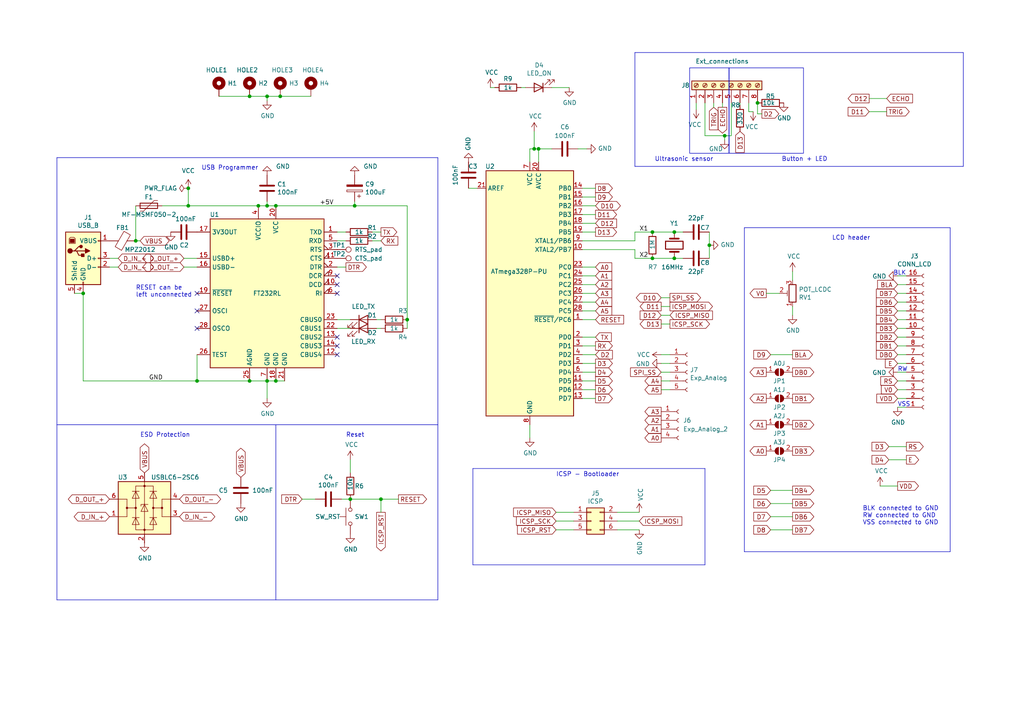
<source format=kicad_sch>
(kicad_sch (version 20230121) (generator eeschema)
  (paper "A4")
  (title_block (title "Monitor Serbatoio") (date "2021-02-13") (rev "v1.0_Rev.B") (comment 1 "Versione Espandibile"))
  (junction (at 24.13 85.09))
  (junction (at 156.21 43.18))
  (junction (at 57.15 110.49))
  (junction (at 80.01 110.49))
  (junction (at 110.49 144.78))
  (junction (at 54.61 59.69))
  (junction (at 80.01 59.69))
  (junction (at 118.11 92.71))
  (junction (at 39.37 69.85))
  (junction (at 101.6 144.78))
  (junction (at 154.94 43.18))
  (junction (at 195.58 74.93))
  (junction (at 102.87 59.69))
  (junction (at 210.185 39.37))
  (junction (at 72.39 110.49))
  (junction (at 77.47 59.69))
  (junction (at 54.61 54.61))
  (junction (at 77.47 27.94))
  (junction (at 81.28 27.94))
  (junction (at 74.93 59.69))
  (junction (at 195.58 67.31))
  (junction (at 189.23 74.93))
  (junction (at 205.74 71.12))
  (junction (at 219.71 29.845))
  (junction (at 72.39 27.94))
  (junction (at 189.23 67.31))
  (junction (at 77.47 110.49))
  (no_connect (at 57.15 85.09))
  (no_connect (at 97.79 80.01))
  (no_connect (at 97.79 100.33))
  (no_connect (at 57.15 90.17))
  (no_connect (at 57.15 95.25))
  (no_connect (at 97.79 97.79))
  (no_connect (at 97.79 82.55))
  (no_connect (at 97.79 102.87))
  (no_connect (at 97.79 85.09))
  (wire (pts (xy 168.91 105.41) (xy 172.72 105.41)))
  (wire (pts (xy 168.91 87.63) (xy 172.72 87.63)))
  (wire (pts (xy 97.79 77.47) (xy 100.33 77.47)))
  (wire (pts (xy 168.91 107.95) (xy 172.72 107.95)))
  (wire (pts (xy 161.29 153.67) (xy 166.37 153.67)))
  (wire (pts (xy 260.35 87.63) (xy 262.89 87.63)))
  (wire (pts (xy 40.64 69.85) (xy 39.37 69.85)))
  (polyline (pts (xy 275.59 66.04) (xy 275.59 160.02)))
  (wire (pts (xy 209.55 29.845) (xy 209.55 31.115)))
  (wire (pts (xy 191.77 113.03) (xy 194.31 113.03)))
  (wire (pts (xy 80.01 59.69) (xy 102.87 59.69)))
  (wire (pts (xy 207.01 29.845) (xy 207.01 31.115)))
  (wire (pts (xy 226.06 85.09) (xy 222.25 85.09)))
  (polyline (pts (xy 275.59 160.02) (xy 215.9 160.02)))
  (wire (pts (xy 168.91 57.15) (xy 172.72 57.15)))
  (wire (pts (xy 153.67 123.19) (xy 153.67 127)))
  (wire (pts (xy 168.91 92.71) (xy 172.72 92.71)))
  (polyline (pts (xy 16.51 173.99) (xy 16.51 45.72)))
  (wire (pts (xy 223.52 142.24) (xy 229.87 142.24)))
  (wire (pts (xy 260.35 118.11) (xy 262.89 118.11)))
  (wire (pts (xy 168.91 110.49) (xy 172.72 110.49)))
  (polyline (pts (xy 16.51 45.72) (xy 127 45.72)))
  (wire (pts (xy 210.185 40.64) (xy 210.185 39.37)))
  (wire (pts (xy 168.91 90.17) (xy 172.72 90.17)))
  (wire (pts (xy 102.87 59.69) (xy 118.11 59.69)))
  (wire (pts (xy 191.77 110.49) (xy 194.31 110.49)))
  (wire (pts (xy 168.91 64.77) (xy 172.72 64.77)))
  (wire (pts (xy 260.35 105.41) (xy 262.89 105.41)))
  (wire (pts (xy 97.79 67.31) (xy 100.33 67.31)))
  (wire (pts (xy 204.47 39.37) (xy 210.185 39.37)))
  (wire (pts (xy 172.72 102.87) (xy 168.91 102.87)))
  (wire (pts (xy 57.15 74.93) (xy 53.34 74.93)))
  (wire (pts (xy 168.91 62.23) (xy 172.72 62.23)))
  (polyline (pts (xy 127 173.99) (xy 16.51 173.99)))
  (wire (pts (xy 77.47 59.69) (xy 74.93 59.69)))
  (wire (pts (xy 39.37 59.69) (xy 39.37 69.85)))
  (wire (pts (xy 72.39 110.49) (xy 77.47 110.49)))
  (wire (pts (xy 110.49 92.71) (xy 109.22 92.71)))
  (wire (pts (xy 154.94 38.1) (xy 154.94 43.18)))
  (wire (pts (xy 184.15 72.39) (xy 184.15 74.93)))
  (wire (pts (xy 110.49 95.25) (xy 109.22 95.25)))
  (wire (pts (xy 24.13 85.09) (xy 24.13 110.49)))
  (wire (pts (xy 168.91 97.79) (xy 172.72 97.79)))
  (wire (pts (xy 110.49 148.59) (xy 110.49 144.78)))
  (wire (pts (xy 223.52 153.67) (xy 229.87 153.67)))
  (wire (pts (xy 179.07 153.67) (xy 185.42 153.67)))
  (wire (pts (xy 118.11 59.69) (xy 118.11 92.71)))
  (wire (pts (xy 57.15 102.87) (xy 57.15 110.49)))
  (wire (pts (xy 194.31 86.36) (xy 191.77 86.36)))
  (wire (pts (xy 260.35 97.79) (xy 262.89 97.79)))
  (wire (pts (xy 179.07 151.13) (xy 185.42 151.13)))
  (wire (pts (xy 229.87 81.28) (xy 229.87 78.74)))
  (wire (pts (xy 168.91 54.61) (xy 172.72 54.61)))
  (wire (pts (xy 24.13 110.49) (xy 57.15 110.49)))
  (wire (pts (xy 99.06 144.78) (xy 101.6 144.78)))
  (wire (pts (xy 63.5 27.94) (xy 72.39 27.94)))
  (wire (pts (xy 77.47 110.49) (xy 77.47 115.57)))
  (wire (pts (xy 191.77 107.95) (xy 194.31 107.95)))
  (wire (pts (xy 107.95 69.85) (xy 110.49 69.85)))
  (wire (pts (xy 260.35 85.09) (xy 262.89 85.09)))
  (wire (pts (xy 205.74 67.31) (xy 205.74 71.12)))
  (wire (pts (xy 153.67 43.18) (xy 153.67 46.99)))
  (wire (pts (xy 260.35 80.01) (xy 262.89 80.01)))
  (wire (pts (xy 161.29 148.59) (xy 166.37 148.59)))
  (polyline (pts (xy 127 45.72) (xy 127 173.99)))
  (wire (pts (xy 260.35 100.33) (xy 262.89 100.33)))
  (wire (pts (xy 170.18 43.18) (xy 167.64 43.18)))
  (wire (pts (xy 160.02 25.4) (xy 165.1 25.4)))
  (wire (pts (xy 229.87 91.44) (xy 229.87 88.9)))
  (wire (pts (xy 194.31 91.44) (xy 191.77 91.44)))
  (wire (pts (xy 53.34 77.47) (xy 57.15 77.47)))
  (wire (pts (xy 195.58 74.93) (xy 189.23 74.93)))
  (polyline (pts (xy 204.47 135.89) (xy 204.47 163.83)))
  (wire (pts (xy 107.95 67.31) (xy 110.49 67.31)))
  (wire (pts (xy 110.49 144.78) (xy 115.57 144.78)))
  (wire (pts (xy 77.47 29.21) (xy 77.47 27.94)))
  (wire (pts (xy 260.35 90.17) (xy 262.89 90.17)))
  (wire (pts (xy 168.91 69.85) (xy 184.15 69.85)))
  (wire (pts (xy 194.31 88.9) (xy 191.77 88.9)))
  (wire (pts (xy 189.23 67.31) (xy 195.58 67.31)))
  (wire (pts (xy 101.6 92.71) (xy 97.79 92.71)))
  (wire (pts (xy 198.12 74.93) (xy 195.58 74.93)))
  (polyline (pts (xy 204.47 163.83) (xy 137.16 163.83)))
  (wire (pts (xy 219.71 33.02) (xy 219.71 29.845)))
  (wire (pts (xy 168.91 80.01) (xy 172.72 80.01)))
  (wire (pts (xy 191.77 105.41) (xy 194.31 105.41)))
  (wire (pts (xy 260.35 115.57) (xy 262.89 115.57)))
  (wire (pts (xy 217.17 32.385) (xy 217.17 29.845)))
  (wire (pts (xy 102.87 58.42) (xy 102.87 59.69)))
  (wire (pts (xy 205.74 71.12) (xy 205.74 74.93)))
  (wire (pts (xy 154.94 43.18) (xy 153.67 43.18)))
  (wire (pts (xy 46.99 59.69) (xy 54.61 59.69)))
  (wire (pts (xy 168.91 72.39) (xy 184.15 72.39)))
  (wire (pts (xy 260.35 113.03) (xy 262.89 113.03)))
  (wire (pts (xy 212.09 29.845) (xy 212.09 39.37)))
  (wire (pts (xy 184.15 74.93) (xy 189.23 74.93)))
  (wire (pts (xy 260.35 110.49) (xy 262.89 110.49)))
  (wire (pts (xy 72.39 27.94) (xy 77.47 27.94)))
  (wire (pts (xy 101.6 144.78) (xy 110.49 144.78)))
  (wire (pts (xy 97.79 69.85) (xy 100.33 69.85)))
  (wire (pts (xy 260.35 102.87) (xy 262.89 102.87)))
  (wire (pts (xy 87.63 144.78) (xy 91.44 144.78)))
  (polyline (pts (xy 215.9 66.04) (xy 275.59 66.04)))
  (polyline (pts (xy 137.16 163.83) (xy 137.16 135.89)))
  (wire (pts (xy 223.52 149.86) (xy 229.87 149.86)))
  (wire (pts (xy 168.91 85.09) (xy 172.72 85.09)))
  (wire (pts (xy 138.43 54.61) (xy 135.89 54.61)))
  (wire (pts (xy 255.27 140.97) (xy 260.35 140.97)))
  (wire (pts (xy 54.61 59.69) (xy 74.93 59.69)))
  (wire (pts (xy 57.15 110.49) (xy 72.39 110.49)))
  (wire (pts (xy 184.15 67.31) (xy 189.23 67.31)))
  (wire (pts (xy 161.29 151.13) (xy 166.37 151.13)))
  (wire (pts (xy 81.28 27.94) (xy 90.17 27.94)))
  (wire (pts (xy 260.35 82.55) (xy 262.89 82.55)))
  (wire (pts (xy 168.91 67.31) (xy 172.72 67.31)))
  (wire (pts (xy 252.095 32.385) (xy 257.175 32.385)))
  (wire (pts (xy 156.21 43.18) (xy 160.02 43.18)))
  (wire (pts (xy 31.75 77.47) (xy 34.29 77.47)))
  (wire (pts (xy 118.11 92.71) (xy 118.11 95.25)))
  (wire (pts (xy 80.01 59.69) (xy 77.47 59.69)))
  (wire (pts (xy 260.35 107.95) (xy 262.89 107.95)))
  (wire (pts (xy 195.58 67.31) (xy 198.12 67.31)))
  (wire (pts (xy 21.59 85.09) (xy 24.13 85.09)))
  (wire (pts (xy 214.63 29.845) (xy 214.63 30.48)))
  (wire (pts (xy 257.81 129.54) (xy 262.89 129.54)))
  (polyline (pts (xy 279.4 15.24) (xy 279.4 48.26)))
  (wire (pts (xy 168.91 100.33) (xy 172.72 100.33)))
  (wire (pts (xy 142.24 25.4) (xy 143.51 25.4)))
  (wire (pts (xy 184.15 69.85) (xy 184.15 67.31)))
  (wire (pts (xy 168.91 82.55) (xy 172.72 82.55)))
  (wire (pts (xy 168.91 113.03) (xy 172.72 113.03)))
  (wire (pts (xy 257.81 133.35) (xy 262.89 133.35)))
  (wire (pts (xy 257.175 28.575) (xy 252.095 28.575)))
  (wire (pts (xy 31.75 74.93) (xy 34.29 74.93)))
  (polyline (pts (xy 184.15 15.24) (xy 279.4 15.24)))
  (polyline (pts (xy 184.15 48.26) (xy 184.15 15.24)))
  (wire (pts (xy 260.35 92.71) (xy 262.89 92.71)))
  (wire (pts (xy 154.94 43.18) (xy 156.21 43.18)))
  (wire (pts (xy 191.77 93.98) (xy 194.31 93.98)))
  (wire (pts (xy 54.61 54.61) (xy 54.61 59.69)))
  (wire (pts (xy 151.13 25.4) (xy 152.4 25.4)))
  (polyline (pts (xy 16.51 123.19) (xy 127 123.19)))
  (wire (pts (xy 168.91 77.47) (xy 172.72 77.47)))
  (wire (pts (xy 212.09 39.37) (xy 210.185 39.37)))
  (polyline (pts (xy 137.16 135.89) (xy 204.47 135.89)))
  (wire (pts (xy 80.01 110.49) (xy 82.55 110.49)))
  (polyline (pts (xy 80.01 123.19) (xy 80.01 173.99)))
  (wire (pts (xy 220.98 33.02) (xy 219.71 33.02)))
  (wire (pts (xy 77.47 58.42) (xy 77.47 59.69)))
  (wire (pts (xy 260.35 95.25) (xy 262.89 95.25)))
  (wire (pts (xy 223.52 102.87) (xy 229.87 102.87)))
  (wire (pts (xy 156.21 43.18) (xy 156.21 46.99)))
  (wire (pts (xy 77.47 27.94) (xy 81.28 27.94)))
  (wire (pts (xy 201.93 31.75) (xy 201.93 29.845)))
  (polyline (pts (xy 184.15 48.26) (xy 279.4 48.26)))
  (wire (pts (xy 191.77 102.87) (xy 194.31 102.87)))
  (wire (pts (xy 204.47 39.37) (xy 204.47 29.845)))
  (wire (pts (xy 179.07 148.59) (xy 185.42 148.59)))
  (wire (pts (xy 101.6 137.16) (xy 101.6 133.35)))
  (wire (pts (xy 172.72 59.69) (xy 168.91 59.69)))
  (wire (pts (xy 218.44 32.385) (xy 217.17 32.385)))
  (wire (pts (xy 80.01 110.49) (xy 77.47 110.49)))
  (polyline (pts (xy 215.9 160.02) (xy 215.9 66.04)))
  (wire (pts (xy 223.52 146.05) (xy 229.87 146.05)))
  (wire (pts (xy 168.91 115.57) (xy 172.72 115.57)))
  (wire (pts (xy 101.6 95.25) (xy 97.79 95.25)))
  (rectangle (start 200.025 19.685) (end 211.455 44.45))
  (rectangle (start 211.455 19.685) (end 233.045 44.45))
  (text "RW" (at 260.35 107.95 0) (effects (font (size 1.27 1.27)) (justify left bottom)))
  (text "ESD Protection" (at 40.64 127 0) (effects (font (size 1.27 1.27)) (justify left bottom)))
  (text "BLK" (at 259.08 80.01 0) (effects (font (size 1.27 1.27)) (justify left bottom)))
  (text "Reset" (at 100.33 127 0) (effects (font (size 1.27 1.27)) (justify left bottom)))
  (text "USB Programmer" (at 58.42 49.53 0) (effects (font (size 1.27 1.27)) (justify left bottom)))
  (text "Ultrasonic sensor" (at 189.865 46.99 0) (effects (font (size 1.27 1.27)) (justify left bottom)))
  (text "BLK connected to GND\nRW connected to GND\nVSS connected to GND" (at 250.19 152.4 0) (effects (font (size 1.27 1.27)) (justify left bottom)))
  (text "VSS" (at 260.35 118.11 0) (effects (font (size 1.27 1.27)) (justify left bottom)))
  (text "Button + LED" (at 226.695 46.99 0) (effects (font (size 1.27 1.27)) (justify left bottom)))
  (text "ICSP - Bootloader" (at 161.29 138.43 0) (effects (font (size 1.27 1.27)) (justify left bottom)))
  (text "LCD header" (at 241.3 69.85 0) (effects (font (size 1.27 1.27)) (justify left bottom)))
  (text "RESET can be \nleft unconnected" (at 39.37 86.36 0) (effects (font (size 1.27 1.27)) (justify left bottom)))
  (label "GND" (at 43.18 110.49 0))
  (label "X1" (at 185.42 67.31 0))
  (label "+5V" (at 92.71 59.69 0))
  (label "X2" (at 185.42 74.93 0))
  (global_label "D2" (shape output) (at 220.98 33.02 0) (property "Intersheetrefs" "${INTERSHEET_REFS}" (effects hide)) (property "Riferimenti inter-foglio" "${INTERSHEET_REFS}" (effects hide)))
  (global_label "DB0" (shape input) (at 260.35 102.87 180) (property "Intersheetrefs" "${INTERSHEET_REFS}" (effects hide)) (property "Riferimenti inter-foglio" "${INTERSHEET_REFS}" (effects hide)))
  (global_label "D9" (shape output) (at 172.72 57.15 0) (property "Intersheetrefs" "${INTERSHEET_REFS}" (effects hide)) (property "Riferimenti inter-foglio" "${INTERSHEET_REFS}" (effects hide)))
  (global_label "D12" (shape output) (at 252.095 28.575 180) (property "Intersheetrefs" "${INTERSHEET_REFS}" (effects hide)) (property "Riferimenti inter-foglio" "${INTERSHEET_REFS}" (effects hide)))
  (global_label "D_OUT_+" (shape bidirectional) (at 53.34 74.93 180) (property "Intersheetrefs" "${INTERSHEET_REFS}" (effects hide)) (property "Riferimenti inter-foglio" "${INTERSHEET_REFS}" (effects hide)))
  (global_label "D3" (shape input) (at 257.81 129.54 180) (property "Intersheetrefs" "${INTERSHEET_REFS}" (effects hide)) (property "Riferimenti inter-foglio" "${INTERSHEET_REFS}" (effects hide)))
  (global_label "A4" (shape output) (at 191.77 110.49 180) (property "Intersheetrefs" "${INTERSHEET_REFS}" (effects hide)) (property "Riferimenti inter-foglio" "${INTERSHEET_REFS}" (effects hide)))
  (global_label "VBUS" (shape bidirectional) (at 69.85 138.43 90) (property "Intersheetrefs" "${INTERSHEET_REFS}" (effects hide)) (property "Riferimenti inter-foglio" "${INTERSHEET_REFS}" (effects hide)))
  (global_label "DTR" (shape output) (at 100.33 77.47 0) (property "Intersheetrefs" "${INTERSHEET_REFS}" (effects hide)) (property "Riferimenti inter-foglio" "${INTERSHEET_REFS}" (effects hide)))
  (global_label "D11" (shape output) (at 172.72 62.23 0) (property "Intersheetrefs" "${INTERSHEET_REFS}" (effects hide)) (property "Riferimenti inter-foglio" "${INTERSHEET_REFS}" (effects hide)))
  (global_label "VBUS" (shape bidirectional) (at 40.64 69.85 0) (property "Intersheetrefs" "${INTERSHEET_REFS}" (effects hide)) (property "Riferimenti inter-foglio" "${INTERSHEET_REFS}" (effects hide)))
  (global_label "D4" (shape output) (at 172.72 107.95 0) (property "Intersheetrefs" "${INTERSHEET_REFS}" (effects hide)) (property "Riferimenti inter-foglio" "${INTERSHEET_REFS}" (effects hide)))
  (global_label "RX" (shape input) (at 110.49 69.85 0) (property "Intersheetrefs" "${INTERSHEET_REFS}" (effects hide)) (property "Riferimenti inter-foglio" "${INTERSHEET_REFS}" (effects hide)))
  (global_label "DB0" (shape output) (at 229.87 107.95 0) (property "Intersheetrefs" "${INTERSHEET_REFS}" (effects hide)) (property "Riferimenti inter-foglio" "${INTERSHEET_REFS}" (effects hide)))
  (global_label "D13" (shape output) (at 172.72 67.31 0) (property "Intersheetrefs" "${INTERSHEET_REFS}" (effects hide)) (property "Riferimenti inter-foglio" "${INTERSHEET_REFS}" (effects hide)))
  (global_label "DB5" (shape output) (at 229.87 146.05 0) (property "Intersheetrefs" "${INTERSHEET_REFS}" (effects hide)) (property "Riferimenti inter-foglio" "${INTERSHEET_REFS}" (effects hide)))
  (global_label "D12" (shape input) (at 172.72 64.77 0) (property "Intersheetrefs" "${INTERSHEET_REFS}" (effects hide)) (property "Riferimenti inter-foglio" "${INTERSHEET_REFS}" (effects hide)))
  (global_label "A5" (shape output) (at 191.77 113.03 180) (property "Intersheetrefs" "${INTERSHEET_REFS}" (effects hide)) (property "Riferimenti inter-foglio" "${INTERSHEET_REFS}" (effects hide)))
  (global_label "A1" (shape output) (at 191.77 124.46 180) (property "Intersheetrefs" "${INTERSHEET_REFS}" (effects hide)) (property "Riferimenti inter-foglio" "${INTERSHEET_REFS}" (effects hide)))
  (global_label "DB1" (shape output) (at 229.87 115.57 0) (property "Intersheetrefs" "${INTERSHEET_REFS}" (effects hide)) (property "Riferimenti inter-foglio" "${INTERSHEET_REFS}" (effects hide)))
  (global_label "D_IN_+" (shape bidirectional) (at 31.75 149.86 180) (property "Intersheetrefs" "${INTERSHEET_REFS}" (effects hide)) (property "Riferimenti inter-foglio" "${INTERSHEET_REFS}" (effects hide)))
  (global_label "A1" (shape output) (at 222.25 123.19 180) (property "Intersheetrefs" "${INTERSHEET_REFS}" (effects hide)) (property "Riferimenti inter-foglio" "${INTERSHEET_REFS}" (effects hide)))
  (global_label "DB4" (shape output) (at 229.87 142.24 0) (property "Intersheetrefs" "${INTERSHEET_REFS}" (effects hide)) (property "Riferimenti inter-foglio" "${INTERSHEET_REFS}" (effects hide)))
  (global_label "ICSP_RST" (shape input) (at 161.29 153.67 180) (property "Intersheetrefs" "${INTERSHEET_REFS}" (effects hide)) (property "Riferimenti inter-foglio" "${INTERSHEET_REFS}" (effects hide)))
  (global_label "DB7" (shape input) (at 260.35 85.09 180) (property "Intersheetrefs" "${INTERSHEET_REFS}" (effects hide)) (property "Riferimenti inter-foglio" "${INTERSHEET_REFS}" (effects hide)))
  (global_label "VBUS" (shape bidirectional) (at 41.91 137.16 90) (property "Intersheetrefs" "${INTERSHEET_REFS}" (effects hide)) (property "Riferimenti inter-foglio" "${INTERSHEET_REFS}" (effects hide)))
  (global_label "D_IN_-" (shape bidirectional) (at 34.29 77.47 0) (property "Intersheetrefs" "${INTERSHEET_REFS}" (effects hide)) (property "Riferimenti inter-foglio" "${INTERSHEET_REFS}" (effects hide)))
  (global_label "ICSP_MOSI" (shape input) (at 185.42 151.13 0) (property "Intersheetrefs" "${INTERSHEET_REFS}" (effects hide)) (property "Riferimenti inter-foglio" "${INTERSHEET_REFS}" (effects hide)))
  (global_label "A4" (shape input) (at 172.72 87.63 0) (property "Intersheetrefs" "${INTERSHEET_REFS}" (effects hide)) (property "Riferimenti inter-foglio" "${INTERSHEET_REFS}" (effects hide)))
  (global_label "A0" (shape output) (at 222.25 130.81 180) (property "Intersheetrefs" "${INTERSHEET_REFS}" (effects hide)) (property "Riferimenti inter-foglio" "${INTERSHEET_REFS}" (effects hide)))
  (global_label "D4" (shape input) (at 257.81 133.35 180) (property "Intersheetrefs" "${INTERSHEET_REFS}" (effects hide)) (property "Riferimenti inter-foglio" "${INTERSHEET_REFS}" (effects hide)))
  (global_label "D7" (shape output) (at 172.72 115.57 0) (property "Intersheetrefs" "${INTERSHEET_REFS}" (effects hide)) (property "Riferimenti inter-foglio" "${INTERSHEET_REFS}" (effects hide)))
  (global_label "DB4" (shape input) (at 260.35 92.71 180) (property "Intersheetrefs" "${INTERSHEET_REFS}" (effects hide)) (property "Riferimenti inter-foglio" "${INTERSHEET_REFS}" (effects hide)))
  (global_label "TRIG" (shape output) (at 257.175 32.385 0) (property "Intersheetrefs" "${INTERSHEET_REFS}" (effects hide)) (property "Riferimenti inter-foglio" "${INTERSHEET_REFS}" (effects hide)))
  (global_label "RS" (shape output) (at 262.89 129.54 0) (property "Intersheetrefs" "${INTERSHEET_REFS}" (effects hide)) (property "Riferimenti inter-foglio" "${INTERSHEET_REFS}" (effects hide)))
  (global_label "ICSP_RST" (shape output) (at 110.49 148.59 270) (property "Intersheetrefs" "${INTERSHEET_REFS}" (effects hide)) (property "Riferimenti inter-foglio" "${INTERSHEET_REFS}" (effects hide)))
  (global_label "ICSP_SCK" (shape output) (at 194.31 93.98 0) (property "Intersheetrefs" "${INTERSHEET_REFS}" (effects hide)) (property "Riferimenti inter-foglio" "${INTERSHEET_REFS}" (effects hide)))
  (global_label "A3" (shape output) (at 191.77 119.38 180) (property "Intersheetrefs" "${INTERSHEET_REFS}" (effects hide)) (property "Riferimenti inter-foglio" "${INTERSHEET_REFS}" (effects hide)))
  (global_label "BLA" (shape output) (at 229.87 102.87 0) (property "Intersheetrefs" "${INTERSHEET_REFS}" (effects hide)) (property "Riferimenti inter-foglio" "${INTERSHEET_REFS}" (effects hide)))
  (global_label "RS" (shape input) (at 260.35 110.49 180) (property "Intersheetrefs" "${INTERSHEET_REFS}" (effects hide)) (property "Riferimenti inter-foglio" "${INTERSHEET_REFS}" (effects hide)))
  (global_label "D9" (shape input) (at 223.52 102.87 180) (property "Intersheetrefs" "${INTERSHEET_REFS}" (effects hide)) (property "Riferimenti inter-foglio" "${INTERSHEET_REFS}" (effects hide)))
  (global_label "ICSP_MISO" (shape input) (at 161.29 148.59 180) (property "Intersheetrefs" "${INTERSHEET_REFS}" (effects hide)) (property "Riferimenti inter-foglio" "${INTERSHEET_REFS}" (effects hide)))
  (global_label "D_IN_+" (shape bidirectional) (at 34.29 74.93 0) (property "Intersheetrefs" "${INTERSHEET_REFS}" (effects hide)) (property "Riferimenti inter-foglio" "${INTERSHEET_REFS}" (effects hide)))
  (global_label "D12" (shape input) (at 191.77 91.44 180) (property "Intersheetrefs" "${INTERSHEET_REFS}" (effects hide)) (property "Riferimenti inter-foglio" "${INTERSHEET_REFS}" (effects hide)))
  (global_label "A2" (shape output) (at 222.25 115.57 180) (property "Intersheetrefs" "${INTERSHEET_REFS}" (effects hide)) (property "Riferimenti inter-foglio" "${INTERSHEET_REFS}" (effects hide)))
  (global_label "ECHO" (shape input) (at 257.175 28.575 0) (property "Intersheetrefs" "${INTERSHEET_REFS}" (effects hide)) (property "Riferimenti inter-foglio" "${INTERSHEET_REFS}" (effects hide)))
  (global_label "D_IN_-" (shape bidirectional) (at 52.07 149.86 0) (property "Intersheetrefs" "${INTERSHEET_REFS}" (effects hide)) (property "Riferimenti inter-foglio" "${INTERSHEET_REFS}" (effects hide)))
  (global_label "D_OUT_+" (shape bidirectional) (at 31.75 144.78 180) (property "Intersheetrefs" "${INTERSHEET_REFS}" (effects hide)) (property "Riferimenti inter-foglio" "${INTERSHEET_REFS}" (effects hide)))
  (global_label "RESET" (shape input) (at 172.72 92.71 0) (property "Intersheetrefs" "${INTERSHEET_REFS}" (effects hide)) (property "Riferimenti inter-foglio" "${INTERSHEET_REFS}" (effects hide)))
  (global_label "A2" (shape input) (at 172.72 82.55 0) (property "Intersheetrefs" "${INTERSHEET_REFS}" (effects hide)) (property "Riferimenti inter-foglio" "${INTERSHEET_REFS}" (effects hide)))
  (global_label "TX" (shape output) (at 110.49 67.31 0) (property "Intersheetrefs" "${INTERSHEET_REFS}" (effects hide)) (property "Riferimenti inter-foglio" "${INTERSHEET_REFS}" (effects hide)))
  (global_label "RESET" (shape output) (at 115.57 144.78 0) (property "Intersheetrefs" "${INTERSHEET_REFS}" (effects hide)) (property "Riferimenti inter-foglio" "${INTERSHEET_REFS}" (effects hide)))
  (global_label "E" (shape output) (at 262.89 133.35 0) (property "Intersheetrefs" "${INTERSHEET_REFS}" (effects hide)) (property "Riferimenti inter-foglio" "${INTERSHEET_REFS}" (effects hide)))
  (global_label "BLA" (shape input) (at 260.35 82.55 180) (property "Intersheetrefs" "${INTERSHEET_REFS}" (effects hide)) (property "Riferimenti inter-foglio" "${INTERSHEET_REFS}" (effects hide)))
  (global_label "D5" (shape input) (at 223.52 142.24 180) (property "Intersheetrefs" "${INTERSHEET_REFS}" (effects hide)) (property "Riferimenti inter-foglio" "${INTERSHEET_REFS}" (effects hide)))
  (global_label "TX" (shape input) (at 172.72 97.79 0) (property "Intersheetrefs" "${INTERSHEET_REFS}" (effects hide)) (property "Riferimenti inter-foglio" "${INTERSHEET_REFS}" (effects hide)))
  (global_label "VDD" (shape output) (at 260.35 140.97 0) (property "Intersheetrefs" "${INTERSHEET_REFS}" (effects hide)) (property "Riferimenti inter-foglio" "${INTERSHEET_REFS}" (effects hide)))
  (global_label "DB1" (shape input) (at 260.35 100.33 180) (property "Intersheetrefs" "${INTERSHEET_REFS}" (effects hide)) (property "Riferimenti inter-foglio" "${INTERSHEET_REFS}" (effects hide)))
  (global_label "RX" (shape output) (at 172.72 100.33 0) (property "Intersheetrefs" "${INTERSHEET_REFS}" (effects hide)) (property "Riferimenti inter-foglio" "${INTERSHEET_REFS}" (effects hide)))
  (global_label "ICSP_MISO" (shape input) (at 194.31 91.44 0) (property "Intersheetrefs" "${INTERSHEET_REFS}" (effects hide)) (property "Riferimenti inter-foglio" "${INTERSHEET_REFS}" (effects hide)))
  (global_label "DB2" (shape output) (at 229.87 123.19 0) (property "Intersheetrefs" "${INTERSHEET_REFS}" (effects hide)) (property "Riferimenti inter-foglio" "${INTERSHEET_REFS}" (effects hide)))
  (global_label "D7" (shape input) (at 223.52 149.86 180) (property "Intersheetrefs" "${INTERSHEET_REFS}" (effects hide)) (property "Riferimenti inter-foglio" "${INTERSHEET_REFS}" (effects hide)))
  (global_label "DB5" (shape input) (at 260.35 90.17 180) (property "Intersheetrefs" "${INTERSHEET_REFS}" (effects hide)) (property "Riferimenti inter-foglio" "${INTERSHEET_REFS}" (effects hide)))
  (global_label "D_OUT_-" (shape bidirectional) (at 52.07 144.78 0) (property "Intersheetrefs" "${INTERSHEET_REFS}" (effects hide)) (property "Riferimenti inter-foglio" "${INTERSHEET_REFS}" (effects hide)))
  (global_label "D13" (shape output) (at 191.77 93.98 180) (property "Intersheetrefs" "${INTERSHEET_REFS}" (effects hide)) (property "Riferimenti inter-foglio" "${INTERSHEET_REFS}" (effects hide)))
  (global_label "A0" (shape input) (at 172.72 77.47 0) (property "Intersheetrefs" "${INTERSHEET_REFS}" (effects hide)) (property "Riferimenti inter-foglio" "${INTERSHEET_REFS}" (effects hide)))
  (global_label "DB2" (shape input) (at 260.35 97.79 180) (property "Intersheetrefs" "${INTERSHEET_REFS}" (effects hide)) (property "Riferimenti inter-foglio" "${INTERSHEET_REFS}" (effects hide)))
  (global_label "SPI_SS" (shape input) (at 191.77 107.95 180) (property "Intersheetrefs" "${INTERSHEET_REFS}" (effects hide)) (property "Riferimenti inter-foglio" "${INTERSHEET_REFS}" (effects hide)))
  (global_label "ICSP_SCK" (shape input) (at 161.29 151.13 180) (property "Intersheetrefs" "${INTERSHEET_REFS}" (effects hide)) (property "Riferimenti inter-foglio" "${INTERSHEET_REFS}" (effects hide)))
  (global_label "D2" (shape input) (at 172.72 102.87 0) (property "Intersheetrefs" "${INTERSHEET_REFS}" (effects hide)) (property "Riferimenti inter-foglio" "${INTERSHEET_REFS}" (effects hide)))
  (global_label "DB6" (shape output) (at 229.87 149.86 0) (property "Intersheetrefs" "${INTERSHEET_REFS}" (effects hide)) (property "Riferimenti inter-foglio" "${INTERSHEET_REFS}" (effects hide)))
  (global_label "DB7" (shape output) (at 229.87 153.67 0) (property "Intersheetrefs" "${INTERSHEET_REFS}" (effects hide)) (property "Riferimenti inter-foglio" "${INTERSHEET_REFS}" (effects hide)))
  (global_label "D_OUT_-" (shape bidirectional) (at 53.34 77.47 180) (property "Intersheetrefs" "${INTERSHEET_REFS}" (effects hide)) (property "Riferimenti inter-foglio" "${INTERSHEET_REFS}" (effects hide)))
  (global_label "D11" (shape input) (at 252.095 32.385 180) (property "Intersheetrefs" "${INTERSHEET_REFS}" (effects hide)) (property "Riferimenti inter-foglio" "${INTERSHEET_REFS}" (effects hide)))
  (global_label "A3" (shape output) (at 222.25 107.95 180) (property "Intersheetrefs" "${INTERSHEET_REFS}" (effects hide)) (property "Riferimenti inter-foglio" "${INTERSHEET_REFS}" (effects hide)))
  (global_label "ECHO" (shape output) (at 209.55 31.115 270) (property "Intersheetrefs" "${INTERSHEET_REFS}" (effects hide)) (property "Riferimenti inter-foglio" "${INTERSHEET_REFS}" (effects hide)))
  (global_label "DB3" (shape input) (at 260.35 95.25 180) (property "Intersheetrefs" "${INTERSHEET_REFS}" (effects hide)) (property "Riferimenti inter-foglio" "${INTERSHEET_REFS}" (effects hide)))
  (global_label "ICSP_MOSI" (shape output) (at 194.31 88.9 0) (property "Intersheetrefs" "${INTERSHEET_REFS}" (effects hide)) (property "Riferimenti inter-foglio" "${INTERSHEET_REFS}" (effects hide)))
  (global_label "D3" (shape output) (at 172.72 105.41 0) (property "Intersheetrefs" "${INTERSHEET_REFS}" (effects hide)) (property "Riferimenti inter-foglio" "${INTERSHEET_REFS}" (effects hide)))
  (global_label "TRIG" (shape input) (at 207.01 31.115 270) (property "Intersheetrefs" "${INTERSHEET_REFS}" (effects hide)) (property "Riferimenti inter-foglio" "${INTERSHEET_REFS}" (effects hide)))
  (global_label "A0" (shape output) (at 191.77 127 180) (property "Intersheetrefs" "${INTERSHEET_REFS}" (effects hide)) (property "Riferimenti inter-foglio" "${INTERSHEET_REFS}" (effects hide)))
  (global_label "V0" (shape input) (at 260.35 113.03 180) (property "Intersheetrefs" "${INTERSHEET_REFS}" (effects hide)) (property "Riferimenti inter-foglio" "${INTERSHEET_REFS}" (effects hide)))
  (global_label "SPI_SS" (shape output) (at 194.31 86.36 0) (property "Intersheetrefs" "${INTERSHEET_REFS}" (effects hide)) (property "Riferimenti inter-foglio" "${INTERSHEET_REFS}" (effects hide)))
  (global_label "A2" (shape output) (at 191.77 121.92 180) (property "Intersheetrefs" "${INTERSHEET_REFS}" (effects hide)) (property "Riferimenti inter-foglio" "${INTERSHEET_REFS}" (effects hide)))
  (global_label "A1" (shape input) (at 172.72 80.01 0) (property "Intersheetrefs" "${INTERSHEET_REFS}" (effects hide)) (property "Riferimenti inter-foglio" "${INTERSHEET_REFS}" (effects hide)))
  (global_label "DB3" (shape output) (at 229.87 130.81 0) (property "Intersheetrefs" "${INTERSHEET_REFS}" (effects hide)) (property "Riferimenti inter-foglio" "${INTERSHEET_REFS}" (effects hide)))
  (global_label "V0" (shape output) (at 222.25 85.09 180) (property "Intersheetrefs" "${INTERSHEET_REFS}" (effects hide)) (property "Riferimenti inter-foglio" "${INTERSHEET_REFS}" (effects hide)))
  (global_label "D10" (shape bidirectional) (at 172.72 59.69 0) (property "Intersheetrefs" "${INTERSHEET_REFS}" (effects hide)) (property "Riferimenti inter-foglio" "${INTERSHEET_REFS}" (effects hide)))
  (global_label "A3" (shape input) (at 172.72 85.09 0) (property "Intersheetrefs" "${INTERSHEET_REFS}" (effects hide)) (property "Riferimenti inter-foglio" "${INTERSHEET_REFS}" (effects hide)))
  (global_label "D6" (shape input) (at 223.52 146.05 180) (property "Intersheetrefs" "${INTERSHEET_REFS}" (effects hide)) (property "Riferimenti inter-foglio" "${INTERSHEET_REFS}" (effects hide)))
  (global_label "D11" (shape output) (at 191.77 88.9 180) (property "Intersheetrefs" "${INTERSHEET_REFS}" (effects hide)) (property "Riferimenti inter-foglio" "${INTERSHEET_REFS}" (effects hide)))
  (global_label "D8" (shape input) (at 223.52 153.67 180) (property "Intersheetrefs" "${INTERSHEET_REFS}" (effects hide)) (property "Riferimenti inter-foglio" "${INTERSHEET_REFS}" (effects hide)))
  (global_label "DTR" (shape input) (at 87.63 144.78 180) (property "Intersheetrefs" "${INTERSHEET_REFS}" (effects hide)) (property "Riferimenti inter-foglio" "${INTERSHEET_REFS}" (effects hide)))
  (global_label "VDD" (shape input) (at 260.35 115.57 180) (property "Intersheetrefs" "${INTERSHEET_REFS}" (effects hide)) (property "Riferimenti inter-foglio" "${INTERSHEET_REFS}" (effects hide)))
  (global_label "D6" (shape output) (at 172.72 113.03 0) (property "Intersheetrefs" "${INTERSHEET_REFS}" (effects hide)) (property "Riferimenti inter-foglio" "${INTERSHEET_REFS}" (effects hide)))
  (global_label "A5" (shape input) (at 172.72 90.17 0) (property "Intersheetrefs" "${INTERSHEET_REFS}" (effects hide)) (property "Riferimenti inter-foglio" "${INTERSHEET_REFS}" (effects hide)))
  (global_label "DB6" (shape input) (at 260.35 87.63 180) (property "Intersheetrefs" "${INTERSHEET_REFS}" (effects hide)) (property "Riferimenti inter-foglio" "${INTERSHEET_REFS}" (effects hide)))
  (global_label "D13" (shape input) (at 214.63 38.1 270) (property "Intersheetrefs" "${INTERSHEET_REFS}" (effects hide)) (property "Riferimenti inter-foglio" "${INTERSHEET_REFS}" (effects hide)))
  (global_label "E" (shape input) (at 260.35 105.41 180) (property "Intersheetrefs" "${INTERSHEET_REFS}" (effects hide)) (property "Riferimenti inter-foglio" "${INTERSHEET_REFS}" (effects hide)))
  (global_label "D10" (shape bidirectional) (at 191.77 86.36 180) (property "Intersheetrefs" "${INTERSHEET_REFS}" (effects hide)) (property "Riferimenti inter-foglio" "${INTERSHEET_REFS}" (effects hide)))
  (global_label "D5" (shape output) (at 172.72 110.49 0) (property "Intersheetrefs" "${INTERSHEET_REFS}" (effects hide)) (property "Riferimenti inter-foglio" "${INTERSHEET_REFS}" (effects hide)))
  (global_label "D8" (shape output) (at 172.72 54.61 0) (property "Intersheetrefs" "${INTERSHEET_REFS}" (effects hide)) (property "Riferimenti inter-foglio" "${INTERSHEET_REFS}" (effects hide)))
  (symbol (lib_id "MCU_Microchip_ATmega:ATmega328P-PU") (at 153.67 85.09 0) (unit 1)
    (property "Reference" "U2" (at 143.51 48.26 0) (effects (justify right)))
    (property "Value" "ATmega328P-PU" (at 158.75 78.74 0) (effects (justify right)))
    (property "Footprint" "Package_DIP:DIP-28_W7.62mm" (effects hide))
    (property "Datasheet" "http://ww1.microchip.com/downloads/en/DeviceDoc/ATmega328_P%20AVR%20MCU%20with%20picoPower%20Technology%20Data%20Sheet%2040001984A.pdf" (effects hide))
  )
  (symbol (lib_id "Device:R") (at 214.63 34.29 180) (unit 1)
    (property "Reference" "R8" (at 213.36 30.48 0))
    (property "Value" "330" (at 214.63 34.29 90))
    (property "Footprint" "Resistor_THT:R_Axial_DIN0309_L9.0mm_D3.2mm_P12.70mm_Horizontal" (effects hide))
  )
  (symbol (lib_id "power:GND") (at 229.87 91.44 0) (unit 1)
    (property "Reference" "#PWR016" (effects hide))
    (property "Value" "GND" (at 229.997 95.8342 0))
  )
  (symbol (lib_id "Device:R_POT_TRIM") (at 229.87 85.09 180) (unit 1)
    (property "Reference" "RV1" (at 231.648 86.2584 0) (effects (justify right)))
    (property "Value" "POT_LCDC" (at 231.648 83.947 0) (effects (justify right)))
    (property "Footprint" "simboli_custom:Trimmer_ACP_470" (effects hide))
  )
  (symbol (lib_id "Connector:Conn_01x16_Female") (at 267.97 100.33 0) (mirror x) (unit 1)
    (property "Reference" "J3" (at 265.2268 74.295 0))
    (property "Value" "CONN_LCD" (at 265.2268 76.6064 0))
    (property "Footprint" "Connector_PinSocket_2.54mm:PinSocket_1x16_P2.54mm_Vertical" (effects hide))
  )
  (symbol (lib_id "Interface_USB:FT232RL") (at 77.47 85.09 0) (unit 1)
    (property "Reference" "U1" (at 62.23 62.23 0))
    (property "Value" "FT232RL" (at 77.47 85.09 0))
    (property "Footprint" "Package_SO:SSOP-28_5.3x10.2mm_P0.65mm" (effects hide))
    (property "Datasheet" "https://www.ftdichip.com/Support/Documents/DataSheets/ICs/DS_FT232R.pdf" (effects hide))
  )
  (symbol (lib_id "Device:Crystal") (at 195.58 71.12 90) (unit 1)
    (property "Reference" "Y1" (at 194.31 64.77 90) (effects (justify right)))
    (property "Value" "16MHz" (at 191.77 77.47 90) (effects (justify right)))
    (property "Footprint" "simboli_custom:Crystal_TH_AS16_5mm" (effects hide))
  )
  (symbol (lib_id "livello_serbatoio_definitiva-rescue:USB_B-Connector") (at 24.13 74.93 0) (unit 1)
    (property "Reference" "J1" (at 25.5778 63.0682 0))
    (property "Value" "USB_B" (at 25.5778 65.3796 0))
    (property "Footprint" "simboli_custom:USB_B_OST_USB-B1HSxx_Horizontal" (effects hide))
    (property "Datasheet" " ~" (effects hide))
  )
  (symbol (lib_id "Device:C") (at 163.83 43.18 90) (unit 1)
    (property "Reference" "C6" (at 163.83 36.83 90))
    (property "Value" "100nF" (at 163.83 39.37 90))
    (property "Footprint" "Capacitor_THT:C_Disc_D5.0mm_W2.5mm_P2.50mm" (effects hide))
  )
  (symbol (lib_id "power:GND") (at 77.47 115.57 0) (unit 1)
    (property "Reference" "#PWR02" (effects hide))
    (property "Value" "GND" (at 77.597 119.9642 0))
  )
  (symbol (lib_id "Device:C") (at 77.47 54.61 0) (unit 1)
    (property "Reference" "C1" (at 80.391 53.4416 0) (effects (justify left)))
    (property "Value" "100nF" (at 80.391 55.753 0) (effects (justify left)))
    (property "Footprint" "Capacitor_THT:C_Disc_D5.0mm_W2.5mm_P2.50mm" (effects hide))
  )
  (symbol (lib_id "power:GND") (at 153.67 127 0) (unit 1)
    (property "Reference" "#PWR06" (effects hide))
    (property "Value" "GND" (at 153.797 131.3942 0))
  )
  (symbol (lib_id "Device:C") (at 53.34 67.31 270) (unit 1)
    (property "Reference" "C2" (at 52.07 71.12 90) (effects (justify left)))
    (property "Value" "100nF" (at 50.8 63.5 90) (effects (justify left)))
    (property "Footprint" "Capacitor_THT:C_Disc_D5.0mm_W2.5mm_P2.50mm" (effects hide))
  )
  (symbol (lib_id "Device:C") (at 201.93 67.31 270) (unit 1)
    (property "Reference" "C7" (at 204.47 66.04 90))
    (property "Value" "22pF" (at 201.93 63.2206 90))
    (property "Footprint" "Capacitor_THT:C_Disc_D5.0mm_W2.5mm_P2.50mm" (effects hide))
  )
  (symbol (lib_id "Device:C") (at 201.93 74.93 270) (unit 1)
    (property "Reference" "C8" (at 204.47 76.2 90))
    (property "Value" "22pF" (at 201.93 78.74 90))
    (property "Footprint" "Capacitor_THT:C_Disc_D5.0mm_W2.5mm_P2.50mm" (effects hide))
  )
  (symbol (lib_id "power:GND") (at 205.74 71.12 90) (unit 1)
    (property "Reference" "#PWR010" (effects hide))
    (property "Value" "GND" (at 208.9912 70.993 90) (effects (justify right)))
  )
  (symbol (lib_id "Device:R") (at 189.23 71.12 0) (unit 1)
    (property "Reference" "R7" (at 187.96 77.47 0) (effects (justify left)))
    (property "Value" "1M" (at 189.23 72.39 90) (effects (justify left)))
    (property "Footprint" "Resistor_THT:R_Axial_DIN0309_L9.0mm_D3.2mm_P12.70mm_Horizontal" (effects hide))
  )
  (symbol (lib_id "power:GND") (at 170.18 43.18 90) (unit 1)
    (property "Reference" "#PWR08" (effects hide))
    (property "Value" "GND" (at 173.4312 43.053 90) (effects (justify right)))
  )
  (symbol (lib_id "Device:R") (at 101.6 140.97 0) (unit 1)
    (property "Reference" "R6" (at 102.87 140.97 0) (effects (justify left)))
    (property "Value" "10k" (at 101.6 142.24 90) (effects (justify left)))
    (property "Footprint" "Resistor_THT:R_Axial_DIN0309_L9.0mm_D3.2mm_P12.70mm_Horizontal" (effects hide))
  )
  (symbol (lib_id "Device:C") (at 95.25 144.78 270) (unit 1)
    (property "Reference" "C4" (at 95.25 138.3792 90))
    (property "Value" "100nF" (at 95.25 140.6906 90))
    (property "Footprint" "Capacitor_THT:C_Disc_D5.0mm_W2.5mm_P2.50mm" (effects hide))
  )
  (symbol (lib_id "power:GND") (at 101.6 154.94 0) (unit 1)
    (property "Reference" "#PWR04" (effects hide))
    (property "Value" "GND" (at 101.727 159.3342 0))
  )
  (symbol (lib_id "Switch:SW_Push") (at 101.6 149.86 90) (unit 1)
    (property "Reference" "SW1" (at 102.87 149.86 90) (effects (justify right)))
    (property "Value" "SW_RST" (at 91.44 149.86 90) (effects (justify right)))
    (property "Footprint" "Button_Switch_THT:SW_PUSH_6mm_H5mm" (effects hide))
  )
  (symbol (lib_id "Device:C") (at 135.89 50.8 180) (unit 1)
    (property "Reference" "C3" (at 137.16 48.26 0))
    (property "Value" "100nF" (at 132.08 50.8 90))
    (property "Footprint" "Capacitor_THT:C_Disc_D5.0mm_W2.5mm_P2.50mm" (effects hide))
  )
  (symbol (lib_id "power:GND") (at 135.89 46.99 180) (unit 1)
    (property "Reference" "#PWR03" (effects hide))
    (property "Value" "GND" (at 135.763 43.7388 90) (effects (justify right)))
  )
  (symbol (lib_id "Device:LED") (at 105.41 95.25 0) (unit 1)
    (property "Reference" "D2" (at 107.95 96.52 0))
    (property "Value" "LED_RX" (at 105.41 99.06 0))
    (property "Footprint" "LED_THT:LED_D5.0mm" (effects hide))
  )
  (symbol (lib_id "Device:LED") (at 105.41 92.71 0) (unit 1)
    (property "Reference" "D1" (at 107.95 91.44 0))
    (property "Value" "LED_TX" (at 105.41 88.9 0))
    (property "Footprint" "LED_THT:LED_D5.0mm" (effects hide))
  )
  (symbol (lib_id "Device:R") (at 114.3 95.25 270) (unit 1)
    (property "Reference" "R4" (at 116.84 97.79 90))
    (property "Value" "1k" (at 114.3 95.25 90))
    (property "Footprint" "Resistor_THT:R_Axial_DIN0309_L9.0mm_D3.2mm_P12.70mm_Horizontal" (effects hide))
  )
  (symbol (lib_id "Device:R") (at 114.3 92.71 270) (unit 1)
    (property "Reference" "R3" (at 116.84 90.17 90))
    (property "Value" "1k" (at 114.3 92.71 90))
    (property "Footprint" "Resistor_THT:R_Axial_DIN0309_L9.0mm_D3.2mm_P12.70mm_Horizontal" (effects hide))
  )
  (symbol (lib_id "Device:R") (at 147.32 25.4 270) (unit 1)
    (property "Reference" "R9" (at 147.32 22.86 90))
    (property "Value" "1k" (at 147.32 25.4 90))
    (property "Footprint" "Resistor_THT:R_Axial_DIN0309_L9.0mm_D3.2mm_P12.70mm_Horizontal" (effects hide))
  )
  (symbol (lib_id "Device:LED") (at 156.21 25.4 180) (unit 1)
    (property "Reference" "D4" (at 156.3878 18.923 0))
    (property "Value" "LED_ON" (at 156.3878 21.2344 0))
    (property "Footprint" "LED_THT:LED_D5.0mm" (effects hide))
  )
  (symbol (lib_id "power:GND") (at 165.1 25.4 0) (unit 1)
    (property "Reference" "#PWR012" (effects hide))
    (property "Value" "GND" (at 165.227 29.7942 0))
  )
  (symbol (lib_id "Device:R") (at 104.14 67.31 270) (unit 1)
    (property "Reference" "R1" (at 107.95 66.04 90))
    (property "Value" "1k" (at 104.14 67.31 90))
    (property "Footprint" "Resistor_THT:R_Axial_DIN0309_L9.0mm_D3.2mm_P12.70mm_Horizontal" (effects hide))
  )
  (symbol (lib_id "Device:R") (at 104.14 69.85 270) (unit 1)
    (property "Reference" "R2" (at 107.95 68.58 90))
    (property "Value" "1k" (at 104.14 69.85 90))
    (property "Footprint" "Resistor_THT:R_Axial_DIN0309_L9.0mm_D3.2mm_P12.70mm_Horizontal" (effects hide))
  )
  (symbol (lib_id "power:VCC") (at 185.42 148.59 0) (unit 1)
    (property "Reference" "#PWR017" (effects hide))
    (property "Value" "VCC" (at 185.801 145.3642 90) (effects (justify left)))
  )
  (symbol (lib_id "power:GND") (at 185.42 153.67 0) (unit 1)
    (property "Reference" "#PWR07" (effects hide))
    (property "Value" "GND" (at 185.547 156.9212 90) (effects (justify right)))
  )
  (symbol (lib_id "power:PWR_FLAG") (at 54.61 54.61 90) (unit 1)
    (property "Reference" "#PWR01" (effects hide))
    (property "Value" "PWR_FLAG" (at 51.3842 54.61 90) (effects (justify left)))
  )
  (symbol (lib_id "power:VCC") (at 142.24 25.4 0) (unit 1)
    (property "Reference" "#PWR09" (effects hide))
    (property "Value" "VCC" (at 142.621 21.0058 0))
  )
  (symbol (lib_id "power:VCC") (at 229.87 78.74 0) (unit 1)
    (property "Reference" "#PWR015" (effects hide))
    (property "Value" "VCC" (at 230.251 74.3458 0))
  )
  (symbol (lib_id "power:VCC") (at 255.27 140.97 0) (unit 1)
    (property "Reference" "#PWR018" (effects hide))
    (property "Value" "VCC" (at 255.651 136.5758 0))
  )
  (symbol (lib_id "power:VCC") (at 101.6 133.35 0) (unit 1)
    (property "Reference" "#PWR05" (effects hide))
    (property "Value" "VCC" (at 101.981 128.9558 0))
  )
  (symbol (lib_id "power:VCC") (at 54.61 54.61 0) (unit 1)
    (property "Reference" "#PWR021" (effects hide))
    (property "Value" "VCC" (at 54.61 49.53 0))
  )
  (symbol (lib_id "power:VCC") (at 154.94 38.1 0) (unit 1)
    (property "Reference" "#PWR0101" (effects hide))
    (property "Value" "VCC" (at 155.321 33.7058 0))
  )
  (symbol (lib_id "Mechanical:MountingHole_Pad") (at 63.5 25.4 0) (unit 1)
    (property "Reference" "H1" (at 66.04 24.1554 0) (effects (justify left)))
    (property "Value" "HOLE1" (at 59.69 20.32 0) (effects (justify left)))
    (property "Footprint" "MountingHole:MountingHole_3mm_Pad_Via" (effects hide))
  )
  (symbol (lib_id "Mechanical:MountingHole_Pad") (at 72.39 25.4 0) (unit 1)
    (property "Reference" "H2" (at 74.93 24.1554 0) (effects (justify left)))
    (property "Value" "HOLE2" (at 68.58 20.32 0) (effects (justify left)))
    (property "Footprint" "MountingHole:MountingHole_3mm_Pad_Via" (effects hide))
  )
  (symbol (lib_id "Mechanical:MountingHole_Pad") (at 81.28 25.4 0) (unit 1)
    (property "Reference" "H3" (at 83.82 24.1554 0) (effects (justify left)))
    (property "Value" "HOLE3" (at 78.74 20.32 0) (effects (justify left)))
    (property "Footprint" "MountingHole:MountingHole_3mm_Pad_Via" (effects hide))
  )
  (symbol (lib_id "Mechanical:MountingHole_Pad") (at 90.17 25.4 0) (unit 1)
    (property "Reference" "H4" (at 92.71 24.1554 0) (effects (justify left)))
    (property "Value" "HOLE4" (at 87.63 20.32 0) (effects (justify left)))
    (property "Footprint" "MountingHole:MountingHole_3mm_Pad_Via" (effects hide))
  )
  (symbol (lib_id "power:GND") (at 77.47 29.21 0) (unit 1)
    (property "Reference" "#PWR022" (effects hide))
    (property "Value" "GND" (at 77.597 33.6042 0))
  )
  (symbol (lib_id "Connector_Generic:Conn_02x03_Odd_Even") (at 171.45 151.13 0) (unit 1)
    (property "Reference" "J5" (at 172.72 143.0782 0))
    (property "Value" "ICSP" (at 172.72 145.3896 0))
    (property "Footprint" "Connector_PinHeader_2.54mm:PinHeader_2x03_P2.54mm_Vertical" (effects hide))
  )
  (symbol (lib_id "power:GND") (at 49.53 67.31 0) (unit 1)
    (property "Reference" "#PWR023" (effects hide))
    (property "Value" "GND" (at 49.657 71.7042 0))
  )
  (symbol (lib_id "power:GND") (at 260.35 80.01 270) (unit 1)
    (property "Reference" "#PWR014" (effects hide))
    (property "Value" "GND" (at 257.0988 80.137 90) (effects (justify right)))
  )
  (symbol (lib_id "power:GND") (at 260.35 118.11 0) (unit 1)
    (property "Reference" "#PWR025" (effects hide))
    (property "Value" "GND" (at 260.477 122.5042 0))
  )
  (symbol (lib_id "power:GND") (at 260.35 107.95 270) (unit 1)
    (property "Reference" "#PWR024" (effects hide))
    (property "Value" "GND" (at 257.0988 108.077 90) (effects (justify right)))
  )
  (symbol (lib_id "Power_Protection:USBLC6-2SC6") (at 41.91 147.32 0) (unit 1)
    (property "Reference" "U3" (at 35.56 138.43 0))
    (property "Value" "USBLC6-2SC6" (at 50.8 138.43 0))
    (property "Footprint" "Package_TO_SOT_SMD:SOT-23-6_Handsoldering" (effects hide))
    (property "Datasheet" "https://www.st.com/resource/en/datasheet/usblc6-2.pdf" (effects hide))
  )
  (symbol (lib_id "Device:Polyfuse") (at 43.18 59.69 270) (unit 1)
    (property "Reference" "F1" (at 43.18 57.15 90))
    (property "Value" "MF-MSMF050-2" (at 43.18 62.23 90))
    (property "Footprint" "simboli_custom:MF-MSMF_1812_4532Metric_Pad1.30x3.40mm_HandSolder" (effects hide))
  )
  (symbol (lib_id "power:GND") (at 41.91 157.48 0) (unit 1)
    (property "Reference" "#PWR0102" (effects hide))
    (property "Value" "GND" (at 42.037 161.8742 0))
  )
  (symbol (lib_id "Device:C") (at 69.85 142.24 180) (unit 1)
    (property "Reference" "C5" (at 64.77 142.24 0))
    (property "Value" "100nF" (at 76.2 142.24 0))
    (property "Footprint" "Capacitor_THT:C_Disc_D5.0mm_W2.5mm_P2.50mm" (effects hide))
  )
  (symbol (lib_id "power:GND") (at 69.85 146.05 0) (unit 1)
    (property "Reference" "#PWR0103" (effects hide))
    (property "Value" "GND" (at 69.977 150.4442 0))
  )
  (symbol (lib_id "Connector:Conn_01x04_Female") (at 196.85 121.92 0) (unit 1)
    (property "Reference" "J6" (at 198.12 121.92 0) (effects (justify left)))
    (property "Value" "Exp_Analog_2" (at 198.12 124.46 0) (effects (justify left)))
    (property "Footprint" "Connector_PinSocket_2.54mm:PinSocket_1x04_P2.54mm_Vertical" (effects hide))
  )
  (symbol (lib_id "power:GND") (at 77.47 50.8 180) (unit 1)
    (property "Reference" "#PWR0104" (effects hide))
    (property "Value" "GND" (at 80.01 48.26 0) (effects (justify right)))
  )
  (symbol (lib_id "Connector:Conn_01x05_Female") (at 199.39 107.95 0) (unit 1)
    (property "Reference" "J7" (at 200.1012 107.2896 0) (effects (justify left)))
    (property "Value" "Exp_Analog" (at 200.1012 109.601 0) (effects (justify left)))
    (property "Footprint" "Connector_PinSocket_2.54mm:PinSocket_1x05_P2.54mm_Vertical" (effects hide))
  )
  (symbol (lib_id "power:GND") (at 191.77 105.41 270) (unit 1)
    (property "Reference" "#PWR0105" (effects hide))
    (property "Value" "GND" (at 188.5188 105.537 90) (effects (justify right)))
  )
  (symbol (lib_id "power:VCC") (at 191.77 102.87 90) (unit 1)
    (property "Reference" "#PWR0106" (effects hide))
    (property "Value" "VCC" (at 186.69 102.87 90))
  )
  (symbol (lib_id "Jumper:SolderJumper_2_Open") (at 226.06 107.95 0) (unit 1)
    (property "Reference" "JP1" (at 226.06 110.49 0))
    (property "Value" "A0J" (at 226.06 105.41 0))
    (property "Footprint" "Jumper:SolderJumper-2_P1.3mm_Open_Pad1.0x1.5mm" (effects hide))
  )
  (symbol (lib_id "Jumper:SolderJumper_2_Open") (at 226.06 115.57 0) (unit 1)
    (property "Reference" "JP2" (at 226.06 118.11 0))
    (property "Value" "A1J" (at 226.06 113.03 0))
    (property "Footprint" "Jumper:SolderJumper-2_P1.3mm_Open_Pad1.0x1.5mm" (effects hide))
  )
  (symbol (lib_id "Jumper:SolderJumper_2_Open") (at 226.06 123.19 0) (unit 1)
    (property "Reference" "JP3" (at 226.06 125.73 0))
    (property "Value" "A2J" (at 226.06 120.65 0))
    (property "Footprint" "Jumper:SolderJumper-2_P1.3mm_Open_Pad1.0x1.5mm" (effects hide))
  )
  (symbol (lib_id "Jumper:SolderJumper_2_Open") (at 226.06 130.81 0) (unit 1)
    (property "Reference" "JP4" (at 226.06 133.35 0))
    (property "Value" "A3J" (at 226.06 128.27 0))
    (property "Footprint" "Jumper:SolderJumper-2_P1.3mm_Open_Pad1.0x1.5mm" (effects hide))
  )
  (symbol (lib_id "Connector:TestPoint") (at 97.79 72.39 270) (unit 1)
    (property "Reference" "TP1" (at 96.52 71.12 90) (effects (justify left)))
    (property "Value" "RTS_pad" (at 102.87 72.39 90) (effects (justify left)))
    (property "Footprint" "TestPoint:TestPoint_Pad_D1.0mm" (effects hide))
  )
  (symbol (lib_id "Connector:TestPoint") (at 97.79 74.93 270) (unit 1)
    (property "Reference" "TP2" (at 96.52 73.66 90) (effects (justify left)))
    (property "Value" "CTS_pad" (at 102.87 74.93 90) (effects (justify left)))
    (property "Footprint" "TestPoint:TestPoint_Pad_D1.0mm" (effects hide))
  )
  (symbol (lib_id "Device:CP") (at 102.87 54.61 180) (unit 1)
    (property "Reference" "C9" (at 105.8672 53.4416 0) (effects (justify right)))
    (property "Value" "100uF" (at 105.8672 55.753 0) (effects (justify right)))
    (property "Footprint" "Capacitor_THT:CP_Radial_D5.0mm_P2.00mm" (effects hide))
  )
  (symbol (lib_id "power:GND") (at 102.87 50.8 180) (unit 1)
    (property "Reference" "#PWR026" (effects hide))
    (property "Value" "GND" (at 105.41 48.26 0) (effects (justify right)))
  )
  (symbol (lib_id "Device:Ferrite_Bead") (at 35.56 69.85 270) (unit 1)
    (property "Reference" "FB1" (at 35.56 66.04 90))
    (property "Value" "MPZ2012" (at 40.64 72.39 90))
    (property "Footprint" "Inductor_SMD:L_0805_2012Metric_Pad1.15x1.40mm_HandSolder" (effects hide))
  )
  (symbol (lib_id "power:GND") (at 210.185 40.64 0) (unit 1)
    (property "Reference" "#PWR029" (effects hide))
    (property "Value" "GND" (at 207.645 43.18 0))
  )
  (symbol (lib_id "Connector:Screw_Terminal_01x08") (at 209.55 24.765 90) (unit 1)
    (property "Reference" "J8" (at 200.025 24.765 90) (effects (justify left)))
    (property "Value" "Ext_connections" (at 217.17 17.78 90) (effects (justify left)))
    (property "Footprint" "TerminalBlock_RND:TerminalBlock_RND_205-00051_1x08_P5.00mm_Horizontal" (effects hide))
  )
  (symbol (lib_id "power:VCC") (at 218.44 32.385 180) (unit 1)
    (property "Reference" "#PWR011" (effects hide))
    (property "Value" "VCC" (at 218.059 36.7792 0))
  )
  (symbol (lib_id "power:VCC") (at 201.93 31.75 180) (unit 1)
    (property "Reference" "#PWR027" (effects hide))
    (property "Value" "VCC" (at 201.549 36.1442 0))
  )
  (symbol (lib_id "Device:R") (at 223.52 29.845 90) (unit 1)
    (property "Reference" "R5" (at 224.79 27.94 90) (effects (justify left)))
    (property "Value" "10k" (at 224.79 29.845 90) (effects (justify left)))
    (property "Footprint" "Resistor_THT:R_Axial_DIN0309_L9.0mm_D3.2mm_P12.70mm_Horizontal" (effects hide))
  )
  (symbol (lib_id "power:GND") (at 227.33 29.845 0) (unit 1)
    (property "Reference" "#PWR030" (effects hide))
    (property "Value" "GND" (at 227.457 34.2392 0))
  )
)
</source>
